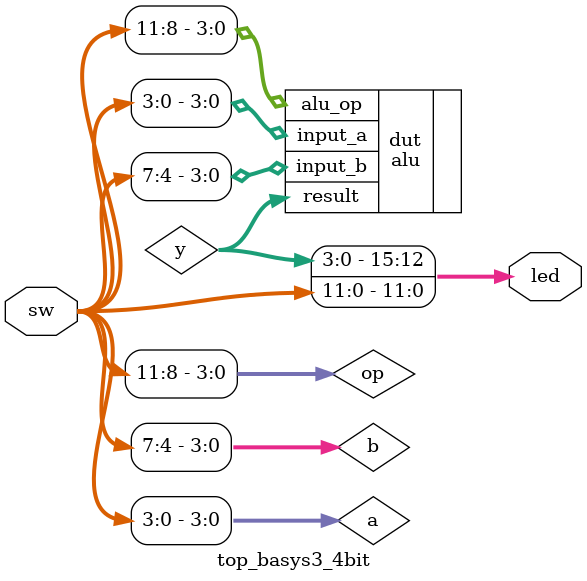
<source format=sv>
module top_basys3_4bit (
  input  logic [15:0] sw,    // Basys3 switches
  output logic [15:0] led    // Basys3 LEDs
);

  // Map switches to ALU inputs
  logic [3:0] a   = sw[3:0];     // A = SW0-SW3
  logic [3:0] b   = sw[7:4];     // B = SW4-SW7
  logic [3:0] op  = sw[11:8];    // opcode = SW8-SW11

  // ALU result
  logic [3:0] y;

  // Instantiate your ALU 
  alu dut (
    .input_a(a),
    .input_b(b),
    .alu_op(op),
    .result(y)
  );

  // Drive LEDs:
 
  assign led[15:12] = y;        // result
  assign led[11:8]  = op;       // show opcode
  assign led[7:4]   = b;        // show B
  assign led[3:0]   = a;        // show A

endmodule

</source>
